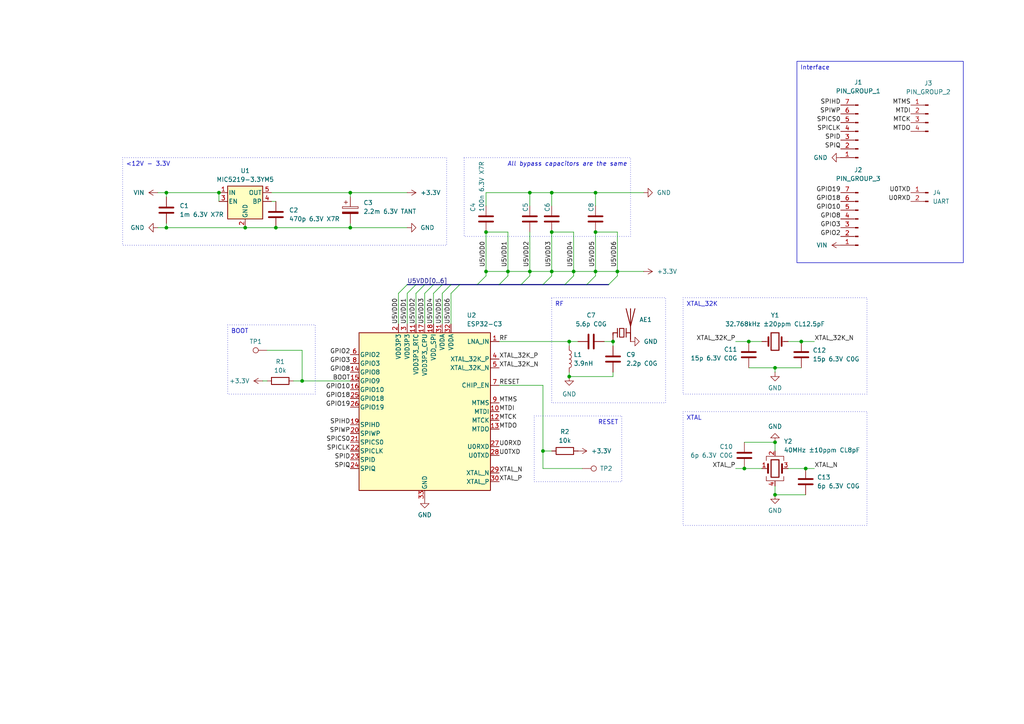
<source format=kicad_sch>
(kicad_sch (version 20250114) (generator "eeschema") (generator_version "9.0")
  (paper "A4")
  (title_block (title "ESP32-C3-THTKIT") (date "2025-05-31") (rev "1.0.0") (company "SIVAKOV.TECH"))
  (lib_symbols
    (symbol "Connector:Conn_01x02_Pin" (pin_names (offset 1.016) (hide yes))
      (property "Reference" "J" (at 0 2.54 0))
      (property "Value" "Conn_01x02_Pin" (at 0 -5.08 0))
      (symbol "Conn_01x02_Pin_1_1"
        (rectangle (start 0.8636 0.127) (end 0 -0.127) (stroke (width 0.1524)) (fill (type outline)))
        (rectangle (start 0.8636 -2.413) (end 0 -2.667) (stroke (width 0.1524)) (fill (type outline)))
        (polyline (pts (xy 1.27 0) (xy 0.8636 0)) (stroke (width 0.1524)))
        (polyline (pts (xy 1.27 -2.54) (xy 0.8636 -2.54)) (stroke (width 0.1524)))
        (pin passive line (at 5.08 0 180) (length 3.81) (name "Pin_1") (number "1"))
        (pin passive line (at 5.08 -2.54 180) (length 3.81) (name "Pin_2") (number "2"))
      )
    )
    (symbol "Connector:Conn_01x04_Pin" (pin_names (offset 1.016) (hide yes))
      (property "Reference" "J" (at 0 5.08 0))
      (property "Value" "Conn_01x04_Pin" (at 0 -7.62 0))
      (symbol "Conn_01x04_Pin_1_1"
        (rectangle (start 0.8636 2.667) (end 0 2.413) (stroke (width 0.1524)) (fill (type outline)))
        (rectangle (start 0.8636 0.127) (end 0 -0.127) (stroke (width 0.1524)) (fill (type outline)))
        (rectangle (start 0.8636 -2.413) (end 0 -2.667) (stroke (width 0.1524)) (fill (type outline)))
        (rectangle (start 0.8636 -4.953) (end 0 -5.207) (stroke (width 0.1524)) (fill (type outline)))
        (polyline (pts (xy 1.27 2.54) (xy 0.8636 2.54)) (stroke (width 0.1524)))
        (polyline (pts (xy 1.27 0) (xy 0.8636 0)) (stroke (width 0.1524)))
        (polyline (pts (xy 1.27 -2.54) (xy 0.8636 -2.54)) (stroke (width 0.1524)))
        (polyline (pts (xy 1.27 -5.08) (xy 0.8636 -5.08)) (stroke (width 0.1524)))
        (pin passive line (at 5.08 2.54 180) (length 3.81) (name "Pin_1") (number "1"))
        (pin passive line (at 5.08 0 180) (length 3.81) (name "Pin_2") (number "2"))
        (pin passive line (at 5.08 -2.54 180) (length 3.81) (name "Pin_3") (number "3"))
        (pin passive line (at 5.08 -5.08 180) (length 3.81) (name "Pin_4") (number "4"))
      )
    )
    (symbol "Connector:Conn_01x07_Pin" (pin_names (offset 1.016) (hide yes))
      (property "Reference" "J" (at 0 10.16 0))
      (property "Value" "Conn_01x07_Pin" (at 0 -10.16 0))
      (symbol "Conn_01x07_Pin_1_1"
        (rectangle (start 0.8636 7.747) (end 0 7.493) (stroke (width 0.1524)) (fill (type outline)))
        (rectangle (start 0.8636 5.207) (end 0 4.953) (stroke (width 0.1524)) (fill (type outline)))
        (rectangle (start 0.8636 2.667) (end 0 2.413) (stroke (width 0.1524)) (fill (type outline)))
        (rectangle (start 0.8636 0.127) (end 0 -0.127) (stroke (width 0.1524)) (fill (type outline)))
        (rectangle (start 0.8636 -2.413) (end 0 -2.667) (stroke (width 0.1524)) (fill (type outline)))
        (rectangle (start 0.8636 -4.953) (end 0 -5.207) (stroke (width 0.1524)) (fill (type outline)))
        (rectangle (start 0.8636 -7.493) (end 0 -7.747) (stroke (width 0.1524)) (fill (type outline)))
        (polyline (pts (xy 1.27 7.62) (xy 0.8636 7.62)) (stroke (width 0.1524)))
        (polyline (pts (xy 1.27 5.08) (xy 0.8636 5.08)) (stroke (width 0.1524)))
        (polyline (pts (xy 1.27 2.54) (xy 0.8636 2.54)) (stroke (width 0.1524)))
        (polyline (pts (xy 1.27 0) (xy 0.8636 0)) (stroke (width 0.1524)))
        (polyline (pts (xy 1.27 -2.54) (xy 0.8636 -2.54)) (stroke (width 0.1524)))
        (polyline (pts (xy 1.27 -5.08) (xy 0.8636 -5.08)) (stroke (width 0.1524)))
        (polyline (pts (xy 1.27 -7.62) (xy 0.8636 -7.62)) (stroke (width 0.1524)))
        (pin passive line (at 5.08 7.62 180) (length 3.81) (name "Pin_1") (number "1"))
        (pin passive line (at 5.08 5.08 180) (length 3.81) (name "Pin_2") (number "2"))
        (pin passive line (at 5.08 2.54 180) (length 3.81) (name "Pin_3") (number "3"))
        (pin passive line (at 5.08 0 180) (length 3.81) (name "Pin_4") (number "4"))
        (pin passive line (at 5.08 -2.54 180) (length 3.81) (name "Pin_5") (number "5"))
        (pin passive line (at 5.08 -5.08 180) (length 3.81) (name "Pin_6") (number "6"))
        (pin passive line (at 5.08 -7.62 180) (length 3.81) (name "Pin_7") (number "7"))
      )
    )
    (symbol "Connector:TestPoint" (pin_numbers (hide yes)) (pin_names (offset 0.762) (hide yes))
      (property "Reference" "TP" (at 0 6.858 0))
      (property "Value" "TestPoint" (at 0 5.08 0))
      (symbol "TestPoint_0_1"
        (circle (center 0 3.302) (radius 0.762))
      )
      (symbol "TestPoint_1_1"
        (pin passive line (at 0 0 90) (length 2.54) (name "1") (number "1"))
      )
    )
    (symbol "Device:Antenna_Chip" (pin_numbers (hide yes)) (pin_names (offset 1.016) (hide yes))
      (property "Reference" "AE" (at 0 5.08 0))
      (property "Value" "Antenna_Chip" (at 0 3.175 0))
      (symbol "Antenna_Chip_0_1"
        (polyline (pts (xy -2.54 0) (xy -2.54 -0.635)) (stroke (width 0.254)))
        (polyline (pts (xy -2.54 0) (xy -1.27 0)) (stroke (width 0.254)))
        (polyline (pts (xy -1.27 1.27) (xy -1.27 -1.27) (xy -1.27 0)) (stroke (width 0.254)))
        (polyline (pts (xy -0.635 1.27) (xy 0.635 1.27) (xy 0.635 -1.27) (xy -0.635 -1.27) (xy -0.635 1.27)) (stroke (width 0.254)))
        (polyline (pts (xy 1.27 1.27) (xy 1.27 -1.27)) (stroke (width 0.254)))
        (polyline (pts (xy 1.27 0) (xy 2.54 0)) (stroke (width 0.254)))
        (polyline (pts (xy 2.54 6.985) (xy 2.54 -1.905)) (stroke (width 0.254)))
        (polyline (pts (xy 2.54 -0.635) (xy 2.54 0)))
        (polyline (pts (xy 3.81 6.985) (xy 2.54 1.905) (xy 1.27 6.985)) (stroke (width 0.254)))
      )
      (symbol "Antenna_Chip_1_1"
        (pin input line (at -2.54 -2.54 90) (length 2.54) (name "FEED") (number "1"))
        (pin passive line (at 2.54 -2.54 90) (length 2.54) (name "PCB_Trace") (number "2"))
      )
    )
    (symbol "Device:C" (pin_numbers (hide yes)) (pin_names (offset 0.254))
      (property "Reference" "C" (at 0.635 2.54 0))
      (property "Value" "C" (at 0.635 -2.54 0))
      (symbol "C_0_1"
        (polyline (pts (xy -2.032 0.762) (xy 2.032 0.762)) (stroke (width 0.508)))
        (polyline (pts (xy -2.032 -0.762) (xy 2.032 -0.762)) (stroke (width 0.508)))
      )
      (symbol "C_1_1"
        (pin passive line (at 0 3.81 270) (length 2.794) (name "~") (number "1"))
        (pin passive line (at 0 -3.81 90) (length 2.794) (name "~") (number "2"))
      )
    )
    (symbol "Device:C_Polarized" (pin_numbers (hide yes)) (pin_names (offset 0.254))
      (property "Reference" "C" (at 0.635 2.54 0))
      (property "Value" "C_Polarized" (at 0.635 -2.54 0))
      (symbol "C_Polarized_0_1"
        (rectangle (start -2.286 0.508) (end 2.286 1.016))
        (polyline (pts (xy -1.778 2.286) (xy -0.762 2.286)))
        (polyline (pts (xy -1.27 2.794) (xy -1.27 1.778)))
        (rectangle (start 2.286 -0.508) (end -2.286 -1.016) (fill (type outline)))
      )
      (symbol "C_Polarized_1_1"
        (pin passive line (at 0 3.81 270) (length 2.794) (name "~") (number "1"))
        (pin passive line (at 0 -3.81 90) (length 2.794) (name "~") (number "2"))
      )
    )
    (symbol "Device:Crystal" (pin_numbers (hide yes)) (pin_names (offset 1.016) (hide yes))
      (property "Reference" "Y" (at 0 3.81 0))
      (property "Value" "Crystal" (at 0 -3.81 0))
      (symbol "Crystal_0_1"
        (polyline (pts (xy -2.54 0) (xy -1.905 0)))
        (polyline (pts (xy -1.905 -1.27) (xy -1.905 1.27)) (stroke (width 0.508)))
        (rectangle (start -1.143 2.54) (end 1.143 -2.54) (stroke (width 0.3048)))
        (polyline (pts (xy 1.905 -1.27) (xy 1.905 1.27)) (stroke (width 0.508)))
        (polyline (pts (xy 2.54 0) (xy 1.905 0)))
      )
      (symbol "Crystal_1_1"
        (pin passive line (at -3.81 0 0) (length 1.27) (name "1") (number "1"))
        (pin passive line (at 3.81 0 180) (length 1.27) (name "2") (number "2"))
      )
    )
    (symbol "Device:Crystal_GND24" (pin_names (offset 1.016) (hide yes))
      (property "Reference" "Y" (at 3.175 5.08 0))
      (property "Value" "Crystal_GND24" (at 3.175 3.175 0))
      (symbol "Crystal_GND24_0_1"
        (polyline (pts (xy -2.54 2.286) (xy -2.54 3.556) (xy 2.54 3.556) (xy 2.54 2.286)))
        (polyline (pts (xy -2.54 0) (xy -2.032 0)))
        (polyline (pts (xy -2.54 -2.286) (xy -2.54 -3.556) (xy 2.54 -3.556) (xy 2.54 -2.286)))
        (polyline (pts (xy -2.032 -1.27) (xy -2.032 1.27)) (stroke (width 0.508)))
        (rectangle (start -1.143 2.54) (end 1.143 -2.54) (stroke (width 0.3048)))
        (polyline (pts (xy 0 3.556) (xy 0 3.81)))
        (polyline (pts (xy 0 -3.81) (xy 0 -3.556)))
        (polyline (pts (xy 2.032 0) (xy 2.54 0)))
        (polyline (pts (xy 2.032 -1.27) (xy 2.032 1.27)) (stroke (width 0.508)))
      )
      (symbol "Crystal_GND24_1_1"
        (pin passive line (at -3.81 0 0) (length 1.27) (name "1") (number "1"))
        (pin passive line (at 0 5.08 270) (length 1.27) (name "2") (number "2"))
        (pin passive line (at 0 -5.08 90) (length 1.27) (name "4") (number "4"))
        (pin passive line (at 3.81 0 180) (length 1.27) (name "3") (number "3"))
      )
    )
    (symbol "Device:L" (pin_numbers (hide yes)) (pin_names (offset 1.016) (hide yes))
      (property "Reference" "L" (at -1.27 0 90))
      (property "Value" "L" (at 1.905 0 90))
      (symbol "L_0_1"
        (arc (start 0 2.54) (mid 0.6323 1.905) (end 0 1.27))
        (arc (start 0 1.27) (mid 0.6323 0.635) (end 0 0))
        (arc (start 0 0) (mid 0.6323 -0.635) (end 0 -1.27))
        (arc (start 0 -1.27) (mid 0.6323 -1.905) (end 0 -2.54))
      )
      (symbol "L_1_1"
        (pin passive line (at 0 3.81 270) (length 1.27) (name "1") (number "1"))
        (pin passive line (at 0 -3.81 90) (length 1.27) (name "2") (number "2"))
      )
    )
    (symbol "PCM_SKC_MCU_Espressif:ESP32-C3" (pin_names (offset 0.254))
      (property "Reference" "U" (at 12.954 24.384 0))
      (property "Value" "ESP32-C3" (at 12.954 21.844 0))
      (symbol "ESP32-C3_1_1"
        (rectangle (start -19.05 19.05) (end 19.05 -26.67) (stroke (width 0.254)) (fill (type background)))
        (pin bidirectional line (at -21.59 12.7 0) (length 2.54) (name "GPIO2") (number "6"))
        (pin bidirectional line (at -21.59 10.16 0) (length 2.54) (name "GPIO3") (number "8"))
        (pin bidirectional line (at -21.59 7.62 0) (length 2.54) (name "GPIO8") (number "14"))
        (pin bidirectional line (at -21.59 5.08 0) (length 2.54) (name "GPIO9") (number "15"))
        (pin bidirectional line (at -21.59 2.54 0) (length 2.54) (name "GPIO10") (number "16"))
        (pin bidirectional line (at -21.59 0 0) (length 2.54) (name "GPIO18") (number "25"))
        (pin bidirectional line (at -21.59 -2.54 0) (length 2.54) (name "GPIO19") (number "26"))
        (pin bidirectional line (at -21.59 -7.62 0) (length 2.54) (name "SPIHD") (number "19"))
        (pin bidirectional line (at -21.59 -10.16 0) (length 2.54) (name "SPIWP") (number "20"))
        (pin bidirectional line (at -21.59 -12.7 0) (length 2.54) (name "SPICS0") (number "21"))
        (pin bidirectional line (at -21.59 -15.24 0) (length 2.54) (name "SPICLK") (number "22"))
        (pin bidirectional line (at -21.59 -17.78 0) (length 2.54) (name "SPID") (number "23"))
        (pin bidirectional line (at -21.59 -20.32 0) (length 2.54) (name "SPIQ") (number "24"))
        (pin power_in line (at -7.62 21.59 270) (length 2.54) (name "VDD3P3") (number "2"))
        (pin power_in line (at -5.08 21.59 270) (length 2.54) (name "VDD3P3") (number "3"))
        (pin power_in line (at -2.54 21.59 270) (length 2.54) (name "VDD3P3_RTC") (number "11"))
        (pin power_in line (at 0 21.59 270) (length 2.54) (name "VDD3P3_CPU") (number "17"))
        (pin power_in line (at 0 -29.21 90) (length 2.54) (name "GND") (number "33"))
        (pin power_in line (at 2.54 21.59 270) (length 2.54) (name "VDD_SPI") (number "18"))
        (pin power_in line (at 5.08 21.59 270) (length 2.54) (name "VDDA") (number "31"))
        (pin power_in line (at 7.62 21.59 270) (length 2.54) (name "VDDA") (number "32"))
        (pin passive line (at 21.59 16.51 180) (length 2.54) (name "LNA_IN") (number "1"))
        (pin input line (at 21.59 11.43 180) (length 2.54) (name "XTAL_32K_P") (number "4"))
        (pin input line (at 21.59 8.89 180) (length 2.54) (name "XTAL_32K_N") (number "5"))
        (pin input line (at 21.59 3.81 180) (length 2.54) (name "CHIP_EN") (number "7"))
        (pin bidirectional line (at 21.59 -1.27 180) (length 2.54) (name "MTMS") (number "9"))
        (pin bidirectional line (at 21.59 -3.81 180) (length 2.54) (name "MTDI") (number "10"))
        (pin bidirectional line (at 21.59 -6.35 180) (length 2.54) (name "MTCK") (number "12"))
        (pin bidirectional line (at 21.59 -8.89 180) (length 2.54) (name "MTDO") (number "13"))
        (pin bidirectional line (at 21.59 -13.97 180) (length 2.54) (name "U0RXD") (number "27"))
        (pin bidirectional line (at 21.59 -16.51 180) (length 2.54) (name "U0TXD") (number "28"))
        (pin output line (at 21.59 -21.59 180) (length 2.54) (name "XTAL_N") (number "29"))
        (pin input line (at 21.59 -24.13 180) (length 2.54) (name "XTAL_P") (number "30"))
      )
    )
    (symbol "R_1" (pin_numbers (hide yes)) (pin_names (offset 0))
      (property "Reference" "R" (at 2.032 0 90))
      (property "Value" "R" (at 0 0 90))
      (symbol "R_1_0_1"
        (rectangle (start -1.016 -2.54) (end 1.016 2.54) (stroke (width 0.254)))
      )
      (symbol "R_1_1_1"
        (pin passive line (at 0 3.81 270) (length 1.27) (name "~") (number "1"))
        (pin passive line (at 0 -3.81 90) (length 1.27) (name "~") (number "2"))
      )
    )
    (symbol "Regulator_Linear:MIC5219-3.3YM5" (pin_names (offset 0.254))
      (property "Reference" "U" (at -3.81 5.715 0))
      (property "Value" "MIC5219-3.3YM5" (at 0 5.715 0))
      (symbol "MIC5219-3.3YM5_0_1"
        (rectangle (start -5.08 4.445) (end 5.08 -5.08) (stroke (width 0.254)) (fill (type background)))
      )
      (symbol "MIC5219-3.3YM5_1_1"
        (pin power_in line (at -7.62 2.54 0) (length 2.54) (name "IN") (number "1"))
        (pin input line (at -7.62 0 0) (length 2.54) (name "EN") (number "3"))
        (pin power_in line (at 0 -7.62 90) (length 2.54) (name "GND") (number "2"))
        (pin power_out line (at 7.62 2.54 180) (length 2.54) (name "OUT") (number "5"))
        (pin input line (at 7.62 0 180) (length 2.54) (name "BP") (number "4"))
      )
    )
    (symbol "power:+3.3V" (power) (pin_numbers (hide yes)) (pin_names (offset 0) (hide yes))
      (property "Value" "+3.3V" (at 0 3.556 0))
      (symbol "+3.3V_0_1"
        (polyline (pts (xy -0.762 1.27) (xy 0 2.54)))
        (polyline (pts (xy 0 2.54) (xy 0.762 1.27)))
        (polyline (pts (xy 0 0) (xy 0 2.54)))
      )
      (symbol "+3.3V_1_1"
        (pin power_in line (at 0 0 90) (length 0) (name "~") (number "1"))
      )
    )
    (symbol "power:GND" (power) (pin_numbers (hide yes)) (pin_names (offset 0) (hide yes))
      (property "Value" "GND" (at 0 -3.81 0))
      (symbol "GND_0_1"
        (polyline (pts (xy 0 0) (xy 0 -1.27) (xy 1.27 -1.27) (xy 0 -2.54) (xy -1.27 -1.27) (xy 0 -1.27)))
      )
      (symbol "GND_1_1"
        (pin power_in line (at 0 0 270) (length 0) (name "~") (number "1"))
      )
    )
    (symbol "power:VCC" (power) (pin_numbers (hide yes)) (pin_names (offset 0) (hide yes))
      (property "Value" "VCC" (at 0 3.556 0))
      (symbol "VCC_0_1"
        (polyline (pts (xy -0.762 1.27) (xy 0 2.54)))
        (polyline (pts (xy 0 2.54) (xy 0.762 1.27)))
        (polyline (pts (xy 0 0) (xy 0 2.54)))
      )
      (symbol "VCC_1_1"
        (pin power_in line (at 0 0 90) (length 0) (name "~") (number "1"))
      )
    )
  )
  (text_box "XTAL" (at 198.12 119.38 0) (size 53.34 33.02) (margins 0.9525 0.9525 0.9525 0.9525) (stroke (width 0) (type dot)) (effects (font (size 1.27 1.27)) (justify left top)))
  (text_box "RESET" (at 154.94 120.65 0) (size 25.4 19.05) (margins 0.9525 0.9525 0.9525 0.9525) (stroke (width 0) (type dot)) (effects (font (size 1.27 1.27)) (justify right top)))
  (text_box "XTAL_32K" (at 198.12 86.36 0) (size 53.34 27.94) (margins 0.9525 0.9525 0.9525 0.9525) (stroke (width 0) (type dot)) (effects (font (size 1.27 1.27)) (justify left top)))
  (text_box "All bypass capacitors are the same" (at 134.62 45.72 0) (size 48.26 22.86) (margins 0.9525 0.9525 0.9525 0.9525) (stroke (width 0) (type dot)) (effects (font (size 1.27 1.27) (italic yes)) (justify right top)))
  (text_box "BOOT" (at 66.04 94.234 0) (size 25.4 20.066) (margins 0.9525 0.9525 0.9525 0.9525) (stroke (width 0) (type dot)) (effects (font (size 1.27 1.27)) (justify left top)))
  (text_box "Interface" (at 231.14 17.78 0) (size 48.26 58.42) (margins 0.9525 0.9525 0.9525 0.9525) (effects (font (size 1.27 1.27)) (justify left top)))
  (text_box "<12V - 3.3V" (at 35.56 45.72 0) (size 93.98 25.4) (margins 0.9525 0.9525 0.9525 0.9525) (stroke (width 0) (type dot)) (effects (font (size 1.27 1.27)) (justify left top)))
  (text_box "RF" (at 160.02 86.36 0) (size 33.02 30.48) (margins 0.9525 0.9525 0.9525 0.9525) (stroke (width 0) (type dot)) (effects (font (size 1.27 1.27)) (justify left top)))
  (junction (at 224.79 128.27))
  (junction (at 215.9 135.89))
  (junction (at 101.6 55.88))
  (junction (at 165.1 109.22))
  (junction (at 140.97 67.31))
  (junction (at 160.02 67.31))
  (junction (at 153.67 78.74))
  (junction (at 48.26 66.04))
  (junction (at 224.79 143.51))
  (junction (at 165.1 99.06))
  (junction (at 160.02 78.74))
  (junction (at 80.01 66.04))
  (junction (at 172.72 55.88))
  (junction (at 232.41 99.06))
  (junction (at 101.6 66.04))
  (junction (at 217.17 99.06))
  (junction (at 179.07 78.74))
  (junction (at 224.79 106.68))
  (junction (at 172.72 78.74))
  (junction (at 48.26 55.88))
  (junction (at 166.37 78.74))
  (junction (at 177.8 99.06))
  (junction (at 172.72 67.31))
  (junction (at 140.97 78.74))
  (junction (at 157.48 130.81))
  (junction (at 87.63 110.49))
  (junction (at 160.02 55.88))
  (junction (at 233.68 135.89))
  (junction (at 147.32 78.74))
  (junction (at 153.67 55.88))
  (junction (at 63.5 55.88))
  (junction (at 71.12 66.04))
  (bus_entry (at 118.11 85.09) (size 2.54 -2.54))
  (bus_entry (at 170.18 82.55) (size 2.54 -2.54))
  (bus_entry (at 123.19 85.09) (size 2.54 -2.54))
  (bus_entry (at 138.43 82.55) (size 2.54 -2.54))
  (bus_entry (at 144.78 82.55) (size 2.54 -2.54))
  (bus_entry (at 125.73 85.09) (size 2.54 -2.54))
  (bus_entry (at 120.65 85.09) (size 2.54 -2.54))
  (bus_entry (at 115.57 85.09) (size 2.54 -2.54))
  (bus_entry (at 128.27 85.09) (size 2.54 -2.54))
  (bus_entry (at 163.83 82.55) (size 2.54 -2.54))
  (bus_entry (at 176.53 82.55) (size 2.54 -2.54))
  (bus_entry (at 151.13 82.55) (size 2.54 -2.54))
  (bus_entry (at 157.48 82.55) (size 2.54 -2.54))
  (bus_entry (at 130.81 85.09) (size 2.54 -2.54))
  (wire (pts (xy 140.97 55.88) (xy 153.67 55.88)))
  (wire (pts (xy 160.02 67.31) (xy 160.02 78.74)))
  (wire (pts (xy 177.8 100.33) (xy 177.8 99.06)))
  (wire (pts (xy 160.02 67.31) (xy 166.37 67.31)))
  (wire (pts (xy 118.11 85.09) (xy 118.11 93.98)))
  (bus (pts (xy 128.27 82.55) (xy 130.81 82.55)))
  (bus (pts (xy 118.11 82.55) (xy 120.65 82.55)))
  (wire (pts (xy 172.72 67.31) (xy 172.72 78.74)))
  (wire (pts (xy 224.79 140.97) (xy 224.79 143.51)))
  (wire (pts (xy 87.63 101.6) (xy 77.47 101.6)))
  (wire (pts (xy 101.6 64.77) (xy 101.6 66.04)))
  (wire (pts (xy 215.9 135.89) (xy 220.98 135.89)))
  (wire (pts (xy 179.07 78.74) (xy 179.07 67.31)))
  (wire (pts (xy 128.27 85.09) (xy 128.27 93.98)))
  (wire (pts (xy 140.97 78.74) (xy 147.32 78.74)))
  (wire (pts (xy 101.6 55.88) (xy 78.74 55.88)))
  (wire (pts (xy 224.79 106.68) (xy 232.41 106.68)))
  (wire (pts (xy 172.72 67.31) (xy 179.07 67.31)))
  (bus (pts (xy 133.35 82.55) (xy 138.43 82.55)))
  (wire (pts (xy 160.02 55.88) (xy 160.02 59.69)))
  (wire (pts (xy 48.26 64.77) (xy 48.26 66.04)))
  (wire (pts (xy 165.1 100.33) (xy 165.1 99.06)))
  (wire (pts (xy 147.32 67.31) (xy 147.32 78.74)))
  (wire (pts (xy 172.72 55.88) (xy 186.69 55.88)))
  (wire (pts (xy 140.97 55.88) (xy 140.97 59.69)))
  (wire (pts (xy 140.97 78.74) (xy 140.97 80.01)))
  (wire (pts (xy 172.72 55.88) (xy 172.72 59.69)))
  (bus (pts (xy 138.43 82.55) (xy 144.78 82.55)))
  (wire (pts (xy 172.72 78.74) (xy 172.72 80.01)))
  (wire (pts (xy 177.8 109.22) (xy 177.8 107.95)))
  (wire (pts (xy 165.1 99.06) (xy 167.64 99.06)))
  (bus (pts (xy 130.81 82.55) (xy 133.35 82.55)))
  (wire (pts (xy 153.67 78.74) (xy 153.67 80.01)))
  (wire (pts (xy 147.32 78.74) (xy 147.32 80.01)))
  (wire (pts (xy 213.36 135.89) (xy 215.9 135.89)))
  (wire (pts (xy 224.79 107.95) (xy 224.79 106.68)))
  (wire (pts (xy 172.72 78.74) (xy 179.07 78.74)))
  (wire (pts (xy 153.67 55.88) (xy 160.02 55.88)))
  (wire (pts (xy 48.26 55.88) (xy 63.5 55.88)))
  (wire (pts (xy 153.67 67.31) (xy 153.67 78.74)))
  (wire (pts (xy 85.09 110.49) (xy 87.63 110.49)))
  (wire (pts (xy 115.57 85.09) (xy 115.57 93.98)))
  (wire (pts (xy 63.5 55.88) (xy 63.5 58.42)))
  (wire (pts (xy 157.48 130.81) (xy 157.48 135.89)))
  (wire (pts (xy 217.17 106.68) (xy 224.79 106.68)))
  (wire (pts (xy 224.79 128.27) (xy 224.79 130.81)))
  (wire (pts (xy 157.48 135.89) (xy 168.91 135.89)))
  (wire (pts (xy 120.65 85.09) (xy 120.65 93.98)))
  (wire (pts (xy 147.32 78.74) (xy 153.67 78.74)))
  (wire (pts (xy 157.48 111.76) (xy 157.48 130.81)))
  (bus (pts (xy 157.48 82.55) (xy 163.83 82.55)))
  (wire (pts (xy 80.01 66.04) (xy 101.6 66.04)))
  (wire (pts (xy 144.78 99.06) (xy 165.1 99.06)))
  (wire (pts (xy 215.9 128.27) (xy 224.79 128.27)))
  (wire (pts (xy 153.67 55.88) (xy 153.67 59.69)))
  (bus (pts (xy 170.18 82.55) (xy 176.53 82.55)))
  (wire (pts (xy 78.74 58.42) (xy 80.01 58.42)))
  (wire (pts (xy 228.6 135.89) (xy 233.68 135.89)))
  (wire (pts (xy 160.02 78.74) (xy 166.37 78.74)))
  (bus (pts (xy 151.13 82.55) (xy 157.48 82.55)))
  (wire (pts (xy 153.67 78.74) (xy 160.02 78.74)))
  (wire (pts (xy 87.63 110.49) (xy 101.6 110.49)))
  (wire (pts (xy 165.1 109.22) (xy 177.8 109.22)))
  (wire (pts (xy 166.37 78.74) (xy 166.37 80.01)))
  (wire (pts (xy 48.26 66.04) (xy 71.12 66.04)))
  (wire (pts (xy 147.32 67.31) (xy 140.97 67.31)))
  (wire (pts (xy 213.36 99.06) (xy 217.17 99.06)))
  (wire (pts (xy 179.07 78.74) (xy 186.69 78.74)))
  (wire (pts (xy 118.11 66.04) (xy 101.6 66.04)))
  (wire (pts (xy 217.17 99.06) (xy 220.98 99.06)))
  (wire (pts (xy 125.73 85.09) (xy 125.73 93.98)))
  (wire (pts (xy 157.48 130.81) (xy 160.02 130.81)))
  (wire (pts (xy 228.6 99.06) (xy 232.41 99.06)))
  (wire (pts (xy 101.6 57.15) (xy 101.6 55.88)))
  (wire (pts (xy 118.11 55.88) (xy 101.6 55.88)))
  (bus (pts (xy 125.73 82.55) (xy 128.27 82.55)))
  (wire (pts (xy 224.79 143.51) (xy 233.68 143.51)))
  (wire (pts (xy 71.12 66.04) (xy 80.01 66.04)))
  (wire (pts (xy 140.97 67.31) (xy 140.97 78.74)))
  (wire (pts (xy 175.26 99.06) (xy 177.8 99.06)))
  (wire (pts (xy 166.37 78.74) (xy 172.72 78.74)))
  (wire (pts (xy 77.47 110.49) (xy 76.2 110.49)))
  (bus (pts (xy 120.65 82.55) (xy 123.19 82.55)))
  (bus (pts (xy 163.83 82.55) (xy 170.18 82.55)))
  (bus (pts (xy 123.19 82.55) (xy 125.73 82.55)))
  (wire (pts (xy 87.63 101.6) (xy 87.63 110.49)))
  (wire (pts (xy 232.41 99.06) (xy 236.22 99.06)))
  (wire (pts (xy 179.07 78.74) (xy 179.07 80.01)))
  (wire (pts (xy 130.81 85.09) (xy 130.81 93.98)))
  (wire (pts (xy 233.68 135.89) (xy 236.22 135.89)))
  (wire (pts (xy 123.19 85.09) (xy 123.19 93.98)))
  (wire (pts (xy 160.02 55.88) (xy 172.72 55.88)))
  (wire (pts (xy 160.02 78.74) (xy 160.02 80.01)))
  (wire (pts (xy 165.1 109.22) (xy 165.1 107.95)))
  (wire (pts (xy 157.48 111.76) (xy 144.78 111.76)))
  (wire (pts (xy 45.72 66.04) (xy 48.26 66.04)))
  (wire (pts (xy 48.26 57.15) (xy 48.26 55.88)))
  (wire (pts (xy 45.72 55.88) (xy 48.26 55.88)))
  (wire (pts (xy 166.37 67.31) (xy 166.37 78.74)))
  (bus (pts (xy 144.78 82.55) (xy 151.13 82.55)))
  (label "MTCK" (at 144.78 121.92 0))
  (label "SPIWP" (at 101.6 125.73 180))
  (label "RESET" (at 144.78 111.76 0))
  (label "U5VDD6" (at 179.07 77.47 90))
  (label "MTDI" (at 144.78 119.38 0))
  (label "SPID" (at 101.6 133.35 180))
  (label "GPIO19" (at 101.6 118.11 180))
  (label "U5VDD4" (at 125.73 93.98 90))
  (label "XTAL_32K_N" (at 144.78 106.68 0))
  (label "MTCK" (at 264.16 35.56 180))
  (label "RF" (at 144.78 99.06 0))
  (label "XTAL_N" (at 236.22 135.89 0))
  (label "U5VDD3" (at 160.02 77.47 90))
  (label "MTDO" (at 264.16 38.1 180))
  (label "MTMS" (at 144.78 116.84 0))
  (label "GPIO18" (at 101.6 115.57 180))
  (label "U5VDD5" (at 128.27 93.98 90))
  (label "U5VDD0" (at 115.57 93.98 90))
  (label "U5VDD3" (at 123.19 93.98 90))
  (label "SPICS0" (at 101.6 128.27 180))
  (label "SPICLK" (at 243.84 38.1 180))
  (label "U5VDD2" (at 153.67 77.47 90))
  (label "SPIHD" (at 243.84 30.48 180))
  (label "SPICLK" (at 101.6 130.81 180))
  (label "GPIO8" (at 101.6 107.95 180))
  (label "XTAL_32K_P" (at 213.36 99.06 180))
  (label "XTAL_32K_P" (at 144.78 104.14 0))
  (label "GPIO2" (at 243.84 68.58 180))
  (label "U5VDD1" (at 147.32 77.47 90))
  (label "SPICS0" (at 243.84 35.56 180))
  (label "GPIO18" (at 243.84 58.42 180))
  (label "GPIO10" (at 243.84 60.96 180))
  (label "XTAL_P" (at 213.36 135.89 180))
  (label "MTMS" (at 264.16 30.48 180))
  (label "U0TXD" (at 144.78 132.08 0))
  (label "U5VDD5" (at 172.72 77.47 90))
  (label "GPIO10" (at 101.6 113.03 180))
  (label "GPIO3" (at 243.84 66.04 180))
  (label "GPIO19" (at 243.84 55.88 180))
  (label "GPIO8" (at 243.84 63.5 180))
  (label "MTDO" (at 144.78 124.46 0))
  (label "XTAL_N" (at 144.78 137.16 0))
  (label "GPIO3" (at 101.6 105.41 180))
  (label "U5VDD4" (at 166.37 77.47 90))
  (label "U5VDD[0..6]" (at 118.11 82.55 0))
  (label "U5VDD1" (at 118.11 93.98 90))
  (label "XTAL_32K_N" (at 236.22 99.06 0))
  (label "BOOT" (at 101.6 110.49 180))
  (label "XTAL_P" (at 144.78 139.7 0))
  (label "SPIQ" (at 243.84 43.18 180))
  (label "U5VDD2" (at 120.65 93.98 90))
  (label "SPIWP" (at 243.84 33.02 180))
  (label "GPIO2" (at 101.6 102.87 180))
  (label "U0RXD" (at 144.78 129.54 0))
  (label "SPIHD" (at 101.6 123.19 180))
  (label "U5VDD6" (at 130.81 93.98 90))
  (label "U5VDD0" (at 140.97 77.47 90))
  (label "SPID" (at 243.84 40.64 180))
  (label "U0TXD" (at 264.16 55.88 180))
  (label "SPIQ" (at 101.6 135.89 180))
  (label "MTDI" (at 264.16 33.02 180))
  (label "U0RXD" (at 264.16 58.42 180))
  (symbol (lib_id "power:+3.3V") (at 76.2 110.49 90) (mirror x) (unit 1)
    (property "Reference" "#PWR03" (effects (hide yes)))
    (property "Value" "+3.3V" (at 72.39 110.4899 90) (effects (justify left)))
    (property "Description" "Power symbol creates a global label with name \"+3.3V\"" (effects (hide yes)))
  )
  (symbol (lib_id "Device:C") (at 140.97 63.5 0) (unit 1)
    (property "Reference" "C4" (at 137.16 61.468 90) (effects (justify left)))
    (property "Value" "100n 6.3V X7R" (at 139.7 61.468 90) (effects (justify left)))
    (property "Footprint" "Capacitor_SMD:C_0402_1005Metric" (effects (hide yes)))
    (property "Description" "Unpolarized capacitor" (effects (hide yes)))
    (property "LCSC PN" "C309458" (effects (hide yes)))
  )
  (symbol (lib_id "Device:C") (at 215.9 132.08 180) (unit 1)
    (property "Reference" "C10" (at 212.598 129.54 0) (effects (justify left)))
    (property "Value" "6p 6.3V C0G" (at 212.598 132.08 0) (effects (justify left)))
    (property "Footprint" "Capacitor_SMD:C_0201_0603Metric" (effects (hide yes)))
    (property "Description" "Unpolarized capacitor" (effects (hide yes)))
    (property "LCSC PN" "C161434" (effects (hide yes)))
  )
  (symbol (lib_id "Connector:TestPoint") (at 77.47 101.6 90) (unit 1) (in_bom no)
    (property "Reference" "TP1" (at 74.168 99.06 90))
    (property "Value" "TestPoint" (effects (hide yes)))
    (property "Footprint" "TestPoint:TestPoint_Pad_D1.0mm" (effects (hide yes)))
    (property "Description" "test point" (effects (hide yes)))
  )
  (symbol (lib_id "power:GND") (at 165.1 109.22 0) (unit 1)
    (property "Reference" "#PWR07" (effects (hide yes)))
    (property "Value" "GND" (at 165.1 114.3 0))
    (property "Description" "Power symbol creates a global label with name \"GND\" , ground" (effects (hide yes)))
  )
  (symbol (lib_name "R_1") (lib_id "Device:R") (at 163.83 130.81 90) (unit 1)
    (property "Reference" "R2" (at 163.83 125.222 90))
    (property "Value" "10k" (at 163.83 127.762 90))
    (property "Footprint" "Resistor_SMD:R_0402_1005Metric" (effects (hide yes)))
    (property "Description" "Resistor" (effects (hide yes)))
    (property "LCSC PN" "C25744" (effects (hide yes)))
  )
  (symbol (lib_id "power:GND") (at 224.79 143.51 0) (unit 1)
    (property "Reference" "#PWR014" (effects (hide yes)))
    (property "Value" "GND" (at 224.79 148.082 0))
    (property "Description" "Power symbol creates a global label with name \"GND\" , ground" (effects (hide yes)))
  )
  (symbol (lib_id "power:VCC") (at 243.84 71.12 90) (mirror x) (unit 1)
    (property "Reference" "#PWR016" (effects (hide yes)))
    (property "Value" "VIN" (at 240.03 71.1201 90) (effects (justify left)))
    (property "Description" "Power symbol creates a global label with name \"VCC\"" (effects (hide yes)))
  )
  (symbol (lib_id "power:+3.3V") (at 186.69 78.74 270) (unit 1)
    (property "Reference" "#PWR011" (effects (hide yes)))
    (property "Value" "+3.3V" (at 190.5 78.7399 90) (effects (justify left)))
    (property "Description" "Power symbol creates a global label with name \"+3.3V\"" (effects (hide yes)))
  )
  (symbol (lib_id "power:GND") (at 243.84 45.72 270) (mirror x) (unit 1)
    (property "Reference" "#PWR015" (effects (hide yes)))
    (property "Value" "GND" (at 240.03 45.7201 90) (effects (justify right)))
    (property "Description" "Power symbol creates a global label with name \"GND\" , ground" (effects (hide yes)))
  )
  (symbol (lib_id "Device:C") (at 177.8 104.14 180) (unit 1)
    (property "Reference" "C9" (at 181.61 102.8699 0) (effects (justify right)))
    (property "Value" "2.2p C0G" (at 181.61 105.4099 0) (effects (justify right)))
    (property "Footprint" "Capacitor_SMD:C_0201_0603Metric" (effects (hide yes)))
    (property "Description" "Unpolarized capacitor" (effects (hide yes)))
    (property "LCSC PN" "C710732" (effects (hide yes)))
  )
  (symbol (lib_id "power:VCC") (at 45.72 55.88 90) (unit 1)
    (property "Reference" "#PWR01" (effects (hide yes)))
    (property "Value" "VIN" (at 41.91 55.8799 90) (effects (justify left)))
    (property "Description" "Power symbol creates a global label with name \"VCC\"" (effects (hide yes)))
  )
  (symbol (lib_id "Device:C") (at 80.01 62.23 180) (unit 1)
    (property "Reference" "C2" (at 83.82 60.9599 0) (effects (justify right)))
    (property "Value" "470p 6.3V X7R" (at 83.82 63.4999 0) (effects (justify right)))
    (property "Footprint" "Capacitor_SMD:C_0201_0603Metric" (effects (hide yes)))
    (property "Description" "Unpolarized capacitor" (effects (hide yes)))
    (property "LCSC PN" "C694489" (effects (hide yes)))
  )
  (symbol (lib_id "Device:Crystal_GND24") (at 224.79 135.89 0) (unit 1)
    (property "Reference" "Y2" (at 227.33 128.016 0) (effects (justify left)))
    (property "Value" "40MHz ±10ppm CL8pF" (at 227.33 130.556 0) (effects (justify left)))
    (property "Footprint" "PCM_SKC_Crystals:Crystal_SMD_1612-4Pin_1.6x1.2mm" (effects (hide yes)))
    (property "Description" "Four pin crystal, GND on pins 2 and 4" (effects (hide yes)))
    (property "LCSC PN" "C7301926" (effects (hide yes)))
  )
  (symbol (lib_id "Device:Antenna_Chip") (at 180.34 96.52 0) (unit 1) (in_bom no)
    (property "Reference" "AE1" (at 185.42 92.7099 0) (effects (justify left)))
    (property "Value" "Antenna_Chip" (effects (hide yes)))
    (property "Footprint" "PCM_SKC_Antennas_SMD:Antenna_PCB_Espressif_2.4GHz_Left" (effects (hide yes)))
    (property "Description" "Ceramic chip antenna with pin for PCB trace" (effects (hide yes)))
  )
  (symbol (lib_id "Regulator_Linear:MIC5219-3.3YM5") (at 71.12 58.42 0) (unit 1)
    (property "Reference" "U1" (at 71.12 49.53 0))
    (property "Value" "MIC5219-3.3YM5" (at 71.12 52.07 0))
    (property "Footprint" "Package_TO_SOT_SMD:SOT-23-5" (effects (hide yes)))
    (property "Datasheet" "http://ww1.microchip.com/downloads/en/DeviceDoc/MIC5219-500mA-Peak-Output-LDO-Regulator-DS20006021A.pdf" (effects (hide yes)))
    (property "Description" "500mA low dropout linear regulator, fixed 3.3V output, SOT-23-5" (effects (hide yes)))
    (property "LCSC PN" "C29613" (effects (hide yes)))
  )
  (symbol (lib_id "power:GND") (at 186.69 55.88 90) (unit 1)
    (property "Reference" "#PWR010" (effects (hide yes)))
    (property "Value" "GND" (at 190.5 55.8799 90) (effects (justify right)))
    (property "Description" "Power symbol creates a global label with name \"GND\" , ground" (effects (hide yes)))
  )
  (symbol (lib_id "Device:C") (at 171.45 99.06 270) (unit 1)
    (property "Reference" "C7" (at 171.45 91.44 90))
    (property "Value" "5.6p C0G" (at 171.45 93.98 90))
    (property "Footprint" "Capacitor_SMD:C_0201_0603Metric" (effects (hide yes)))
    (property "Description" "Unpolarized capacitor" (effects (hide yes)))
    (property "LCSC PN" "C85914" (effects (hide yes)))
  )
  (symbol (lib_id "Device:C") (at 160.02 63.5 0) (unit 1)
    (property "Reference" "C6" (at 158.75 61.468 90) (effects (justify left)))
    (property "Value" "100n 6.3V X7R" (effects (hide yes)))
    (property "Footprint" "Capacitor_SMD:C_0402_1005Metric" (effects (hide yes)))
    (property "Description" "Unpolarized capacitor" (effects (hide yes)))
    (property "LCSC PN" "C309458" (effects (hide yes)))
  )
  (symbol (lib_id "Device:Crystal") (at 224.79 99.06 0) (unit 1)
    (property "Reference" "Y1" (at 224.79 91.44 0))
    (property "Value" "32.768kHz ±20ppm CL12.5pF" (at 224.79 93.98 0))
    (property "Footprint" "Crystal:Crystal_SMD_2012-2Pin_2.0x1.2mm" (effects (hide yes)))
    (property "Description" "Two pin crystal" (effects (hide yes)))
    (property "LCSC PN" "C55208" (effects (hide yes)))
  )
  (symbol (lib_id "Device:C") (at 233.68 139.7 180) (unit 1)
    (property "Reference" "C13" (at 236.982 138.43 0) (effects (justify right)))
    (property "Value" "6p 6.3V C0G" (at 236.982 140.97 0) (effects (justify right)))
    (property "Footprint" "Capacitor_SMD:C_0201_0603Metric" (effects (hide yes)))
    (property "Description" "Unpolarized capacitor" (effects (hide yes)))
    (property "LCSC PN" "C237455" (effects (hide yes)))
  )
  (symbol (lib_id "Connector:TestPoint") (at 168.91 135.89 270) (unit 1) (in_bom no)
    (property "Reference" "TP2" (at 173.99 135.8899 90) (effects (justify left)))
    (property "Value" "TestPoint" (effects (hide yes)))
    (property "Footprint" "TestPoint:TestPoint_Pad_D1.0mm" (effects (hide yes)))
    (property "Description" "test point" (effects (hide yes)))
  )
  (symbol (lib_id "power:GND") (at 118.11 66.04 90) (unit 1)
    (property "Reference" "#PWR05" (effects (hide yes)))
    (property "Value" "GND" (at 121.92 66.0399 90) (effects (justify right)))
    (property "Description" "Power symbol creates a global label with name \"GND\" , ground" (effects (hide yes)))
  )
  (symbol (lib_id "power:+3.3V") (at 118.11 55.88 270) (unit 1)
    (property "Reference" "#PWR04" (effects (hide yes)))
    (property "Value" "+3.3V" (at 121.92 55.8799 90) (effects (justify left)))
    (property "Description" "Power symbol creates a global label with name \"+3.3V\"" (effects (hide yes)))
  )
  (symbol (lib_id "power:+3.3V") (at 167.64 130.81 270) (unit 1)
    (property "Reference" "#PWR08" (effects (hide yes)))
    (property "Value" "+3.3V" (at 171.45 130.8099 90) (effects (justify left)))
    (property "Description" "Power symbol creates a global label with name \"+3.3V\"" (effects (hide yes)))
  )
  (symbol (lib_id "Connector:Conn_01x04_Pin") (at 269.24 33.02 0) (mirror y) (unit 1) (in_bom no)
    (property "Reference" "J3" (at 269.24 24.13 0))
    (property "Value" "PIN_GROUP_2" (at 269.24 26.67 0))
    (property "Footprint" "PCM_SKC_Connector_PinHeader_2.54mm:PinHeader_1x04_P2.54mm_Vertical_NoSilk" (effects (hide yes)))
    (property "Description" "Generic connector, single row, 01x04, script generated" (effects (hide yes)))
  )
  (symbol (lib_id "Device:C") (at 153.67 63.5 0) (unit 1)
    (property "Reference" "C5" (at 152.4 61.468 90) (effects (justify left)))
    (property "Value" "100n 6.3V X7R" (effects (hide yes)))
    (property "Footprint" "Capacitor_SMD:C_0402_1005Metric" (effects (hide yes)))
    (property "Description" "Unpolarized capacitor" (effects (hide yes)))
    (property "LCSC PN" "C309458" (effects (hide yes)))
  )
  (symbol (lib_id "Connector:Conn_01x07_Pin") (at 248.92 38.1 180) (unit 1) (in_bom no)
    (property "Reference" "J1" (at 248.92 23.876 0))
    (property "Value" "PIN_GROUP_1" (at 248.92 26.416 0))
    (property "Footprint" "PCM_SKC_Connector_PinHeader_2.54mm:PinHeader_1x07_P2.54mm_Vertical_NoSilk" (effects (hide yes)))
    (property "Description" "Generic connector, single row, 01x07, script generated" (effects (hide yes)))
  )
  (symbol (lib_id "power:GND") (at 182.88 99.06 90) (unit 1)
    (property "Reference" "#PWR09" (effects (hide yes)))
    (property "Value" "GND" (at 186.69 99.0599 90) (effects (justify right)))
    (property "Description" "Power symbol creates a global label with name \"GND\" , ground" (effects (hide yes)))
  )
  (symbol (lib_name "R_1") (lib_id "Device:R") (at 81.28 110.49 270) (mirror x) (unit 1)
    (property "Reference" "R1" (at 81.28 104.902 90))
    (property "Value" "10k" (at 81.28 107.442 90))
    (property "Footprint" "Resistor_SMD:R_0402_1005Metric" (effects (hide yes)))
    (property "Description" "Resistor" (effects (hide yes)))
    (property "LCSC PN" "C25744" (effects (hide yes)))
  )
  (symbol (lib_id "Device:C") (at 217.17 102.87 180) (unit 1)
    (property "Reference" "C11" (at 213.868 101.346 0) (effects (justify left)))
    (property "Value" "15p 6.3V C0G" (at 213.868 103.886 0) (effects (justify left)))
    (property "Footprint" "Capacitor_SMD:C_0201_0603Metric" (effects (hide yes)))
    (property "Description" "Unpolarized capacitor" (effects (hide yes)))
    (property "LCSC PN" "C22374851" (effects (hide yes)))
  )
  (symbol (lib_id "Connector:Conn_01x02_Pin") (at 269.24 55.88 0) (mirror y) (unit 1)
    (property "Reference" "J4" (at 270.51 55.8799 0) (effects (justify right)))
    (property "Value" "UART" (at 270.51 58.4199 0) (effects (justify right)))
    (property "Footprint" "PCM_SKC_Connector_PinHeader_2.54mm:PinHeader_1x02_P2.54mm_Vertical_NoSilk" (effects (hide yes)))
    (property "Description" "Generic connector, single row, 01x02, script generated" (effects (hide yes)))
    (property "LCSC PN" "C7501580" (effects (hide yes)))
  )
  (symbol (lib_id "Device:C_Polarized") (at 101.6 60.96 0) (unit 1)
    (property "Reference" "C3" (at 105.41 58.8009 0) (effects (justify left)))
    (property "Value" "2.2m 6.3V TANT" (at 105.41 61.3409 0) (effects (justify left)))
    (property "Footprint" "Capacitor_Tantalum_SMD:CP_EIA-2012-12_Kemet-R" (effects (hide yes)))
    (property "Description" "Polarized capacitor" (effects (hide yes)))
    (property "LCSC PN" "C444770" (effects (hide yes)))
  )
  (symbol (lib_id "Connector:Conn_01x07_Pin") (at 248.92 63.5 180) (unit 1) (in_bom no)
    (property "Reference" "J2" (at 248.92 49.276 0))
    (property "Value" "PIN_GROUP_3" (at 248.92 51.816 0))
    (property "Footprint" "PCM_SKC_Connector_PinHeader_2.54mm:PinHeader_1x07_P2.54mm_Vertical_NoSilk" (effects (hide yes)))
    (property "Description" "Generic connector, single row, 01x07, script generated" (effects (hide yes)))
  )
  (symbol (lib_id "power:GND") (at 123.19 144.78 0) (unit 1)
    (property "Reference" "#PWR06" (effects (hide yes)))
    (property "Value" "GND" (at 123.19 149.352 0))
    (property "Description" "Power symbol creates a global label with name \"GND\" , ground" (effects (hide yes)))
  )
  (symbol (lib_id "power:GND") (at 224.79 128.27 0) (mirror x) (unit 1)
    (property "Reference" "#PWR013" (effects (hide yes)))
    (property "Value" "GND" (at 224.79 123.698 0))
    (property "Description" "Power symbol creates a global label with name \"GND\" , ground" (effects (hide yes)))
  )
  (symbol (lib_id "Device:C") (at 232.41 102.87 180) (unit 1)
    (property "Reference" "C12" (at 235.712 101.6 0) (effects (justify right)))
    (property "Value" "15p 6.3V C0G" (at 235.712 104.14 0) (effects (justify right)))
    (property "Footprint" "Capacitor_SMD:C_0201_0603Metric" (effects (hide yes)))
    (property "Description" "Unpolarized capacitor" (effects (hide yes)))
    (property "LCSC PN" "C237455" (effects (hide yes)))
  )
  (symbol (lib_id "Device:C") (at 48.26 60.96 180) (unit 1)
    (property "Reference" "C1" (at 52.07 59.6899 0) (effects (justify right)))
    (property "Value" "1m 6.3V X7R" (at 52.07 62.2299 0) (effects (justify right)))
    (property "Footprint" "Capacitor_SMD:C_0402_1005Metric" (effects (hide yes)))
    (property "Description" "Unpolarized capacitor" (effects (hide yes)))
    (property "LCSC PN" "C307427" (effects (hide yes)))
  )
  (symbol (lib_id "PCM_SKC_MCU_Espressif:ESP32-C3") (at 123.19 115.57 0) (unit 1)
    (property "Reference" "U2" (at 135.382 91.44 0) (effects (justify left)))
    (property "Value" "ESP32-C3" (at 135.382 93.98 0) (effects (justify left)))
    (property "Footprint" "PCM_SKC_MCU_Espressif:TQFN_32_1EP_4x4mm_P0.4mm_EP2.4x2.4mm_Compact" (effects (hide yes)))
    (property "Datasheet" "https://cdn.jsdelivr.net/gh/sivakov512/kicad-library@master/datasheets/MCU/Espressif/Espressif_ESP32-C3.pdf" (effects (hide yes)))
    (property "Description" "2.4 GHz Wi-Fi + BLE 5 LE SoC, 32-bit RISC-V MCU, 22 GPIO, QFN32" (effects (hide yes)))
    (property "LCSC PN" "C2858491" (effects (hide yes)))
  )
  (symbol (lib_id "power:GND") (at 45.72 66.04 270) (unit 1)
    (property "Reference" "#PWR02" (effects (hide yes)))
    (property "Value" "GND" (at 41.91 66.0399 90) (effects (justify right)))
    (property "Description" "Power symbol creates a global label with name \"GND\" , ground" (effects (hide yes)))
  )
  (symbol (lib_id "power:GND") (at 224.79 107.95 0) (unit 1)
    (property "Reference" "#PWR012" (effects (hide yes)))
    (property "Value" "GND" (at 224.79 112.522 0))
    (property "Description" "Power symbol creates a global label with name \"GND\" , ground" (effects (hide yes)))
  )
  (symbol (lib_id "Device:L") (at 165.1 104.14 0) (unit 1)
    (property "Reference" "L1" (at 166.37 102.8699 0) (effects (justify left)))
    (property "Value" "3.9 nH" (at 166.37 105.4099 0) (effects (justify left)))
    (property "Footprint" "Inductor_SMD:L_0402_1005Metric" (effects (hide yes)))
    (property "Description" "Inductor" (effects (hide yes)))
    (property "LCSC PN" "C77109" (effects (hide yes)))
  )
  (symbol (lib_id "Device:C") (at 172.72 63.5 0) (unit 1)
    (property "Reference" "C8" (at 171.45 61.468 90) (effects (justify left)))
    (property "Value" "100n 6.3V X7R" (effects (hide yes)))
    (property "Footprint" "Capacitor_SMD:C_0402_1005Metric" (effects (hide yes)))
    (property "Description" "Unpolarized capacitor" (effects (hide yes)))
    (property "LCSC PN" "C309458" (effects (hide yes)))
  )
)
</source>
